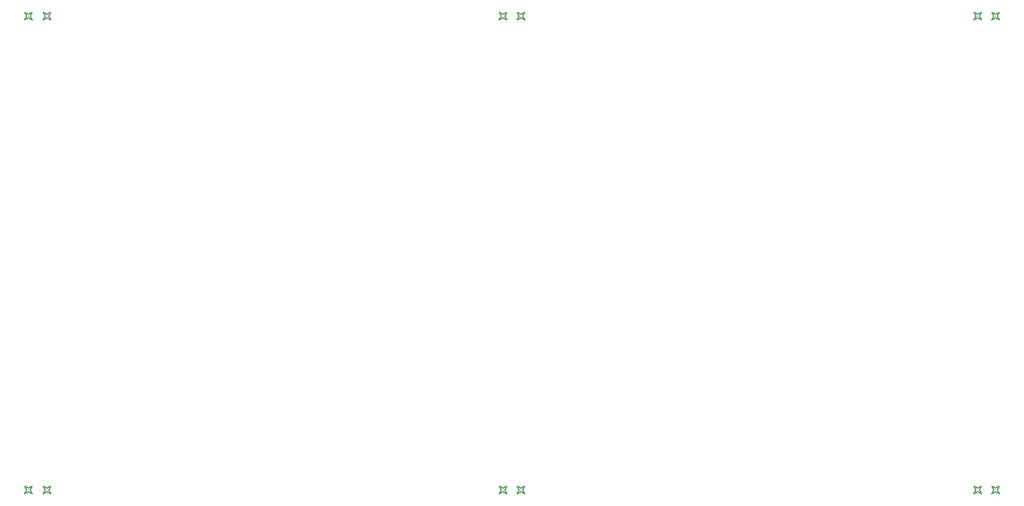
<source format=gbr>
%TF.GenerationSoftware,Altium Limited,Altium Designer,22.5.1 (42)*%
G04 Layer_Color=2752767*
%FSLAX26Y26*%
%MOIN*%
%TF.SameCoordinates,0DA79311-8CAD-460E-879A-7D23F4F2BAF0*%
%TF.FilePolarity,Positive*%
%TF.FileFunction,Drawing*%
%TF.Part,Single*%
G01*
G75*
%TA.AperFunction,NonConductor*%
%ADD42C,0.005000*%
D42*
X1505591Y4146535D02*
X1515591Y4166535D01*
X1505591Y4186535D01*
X1525591Y4176535D01*
X1545591Y4186535D01*
X1535591Y4166535D01*
X1545591Y4146535D01*
X1525591Y4156535D01*
X1505591Y4146535D01*
X1604016D02*
X1614016Y4166535D01*
X1604016Y4186535D01*
X1624016Y4176535D01*
X1644016Y4186535D01*
X1634016Y4166535D01*
X1644016Y4146535D01*
X1624016Y4156535D01*
X1604016Y4146535D01*
X4064646D02*
X4074646Y4166535D01*
X4064646Y4186535D01*
X4084646Y4176535D01*
X4104646Y4186535D01*
X4094646Y4166535D01*
X4104646Y4146535D01*
X4084646Y4156535D01*
X4064646Y4146535D01*
X4163071D02*
X4173071Y4166535D01*
X4163071Y4186535D01*
X4183071Y4176535D01*
X4203071Y4186535D01*
X4193071Y4166535D01*
X4203071Y4146535D01*
X4183071Y4156535D01*
X4163071Y4146535D01*
X6623701D02*
X6633701Y4166535D01*
X6623701Y4186535D01*
X6643701Y4176535D01*
X6663701Y4186535D01*
X6653701Y4166535D01*
X6663701Y4146535D01*
X6643701Y4156535D01*
X6623701Y4146535D01*
X6722126D02*
X6732126Y4166535D01*
X6722126Y4186535D01*
X6742126Y4176535D01*
X6762126Y4186535D01*
X6752126Y4166535D01*
X6762126Y4146535D01*
X6742126Y4156535D01*
X6722126Y4146535D01*
X6623701Y6705591D02*
X6633701Y6725591D01*
X6623701Y6745591D01*
X6643701Y6735591D01*
X6663701Y6745591D01*
X6653701Y6725591D01*
X6663701Y6705591D01*
X6643701Y6715591D01*
X6623701Y6705591D01*
X6722126D02*
X6732126Y6725591D01*
X6722126Y6745591D01*
X6742126Y6735591D01*
X6762126Y6745591D01*
X6752126Y6725591D01*
X6762126Y6705591D01*
X6742126Y6715591D01*
X6722126Y6705591D01*
X4064646D02*
X4074646Y6725591D01*
X4064646Y6745591D01*
X4084646Y6735591D01*
X4104646Y6745591D01*
X4094646Y6725591D01*
X4104646Y6705591D01*
X4084646Y6715591D01*
X4064646Y6705591D01*
X4163071D02*
X4173071Y6725591D01*
X4163071Y6745591D01*
X4183071Y6735591D01*
X4203071Y6745591D01*
X4193071Y6725591D01*
X4203071Y6705591D01*
X4183071Y6715591D01*
X4163071Y6705591D01*
X1604016D02*
X1614016Y6725591D01*
X1604016Y6745591D01*
X1624016Y6735591D01*
X1644016Y6745591D01*
X1634016Y6725591D01*
X1644016Y6705591D01*
X1624016Y6715591D01*
X1604016Y6705591D01*
X1505591D02*
X1515591Y6725591D01*
X1505591Y6745591D01*
X1525591Y6735591D01*
X1545591Y6745591D01*
X1535591Y6725591D01*
X1545591Y6705591D01*
X1525591Y6715591D01*
X1505591Y6705591D01*
%TF.MD5,74c570e164b5f97cbd28fdfafdc888bc*%
M02*

</source>
